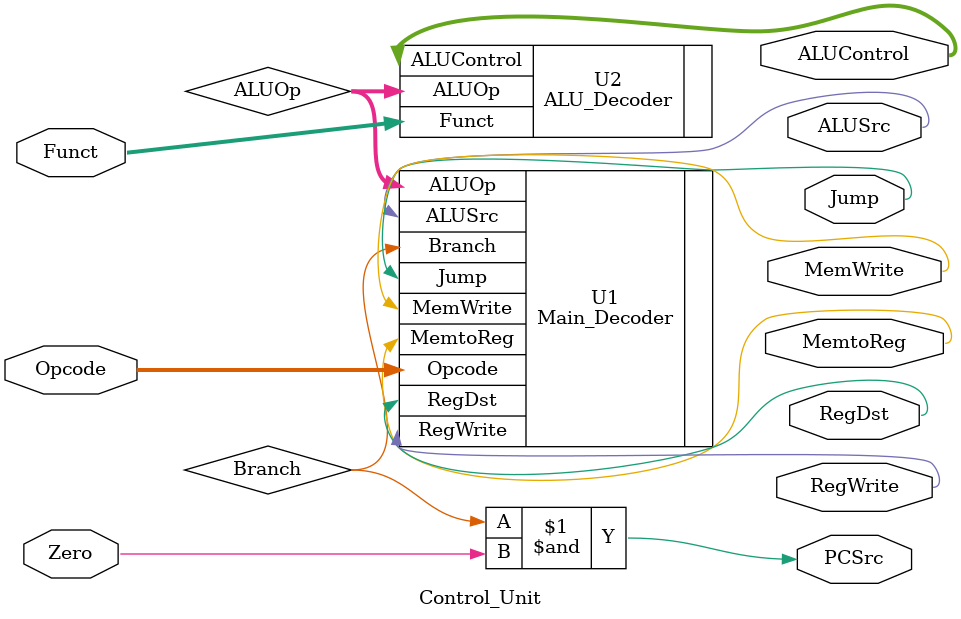
<source format=sv>
module Control_Unit  
(
    input  logic [5:0]   Funct,
    input  logic [5:0]   Opcode,
    input  logic         Zero,

    output logic         Jump,
    output logic         MemtoReg,
    output logic         MemWrite,
    output logic         PCSrc,
    output logic         ALUSrc,
    output logic         RegDst,
    output logic         RegWrite,
    output logic [2:0]   ALUControl
);

logic   [1:0]   ALUOp;
logic           Branch;

Main_Decoder U1(
    .Opcode(Opcode),
    .Jump(Jump),
    .MemtoReg(MemtoReg),
    .MemWrite(MemWrite),
    .Branch(Branch),
    .ALUSrc(ALUSrc),
    .RegDst(RegDst),
    .RegWrite(RegWrite),
    .ALUOp(ALUOp) 
);

ALU_Decoder U2(
    .Funct(Funct),
    .ALUOp(ALUOp),
    .ALUControl(ALUControl)
);

assign PCSrc = Branch & Zero;
    
endmodule
</source>
